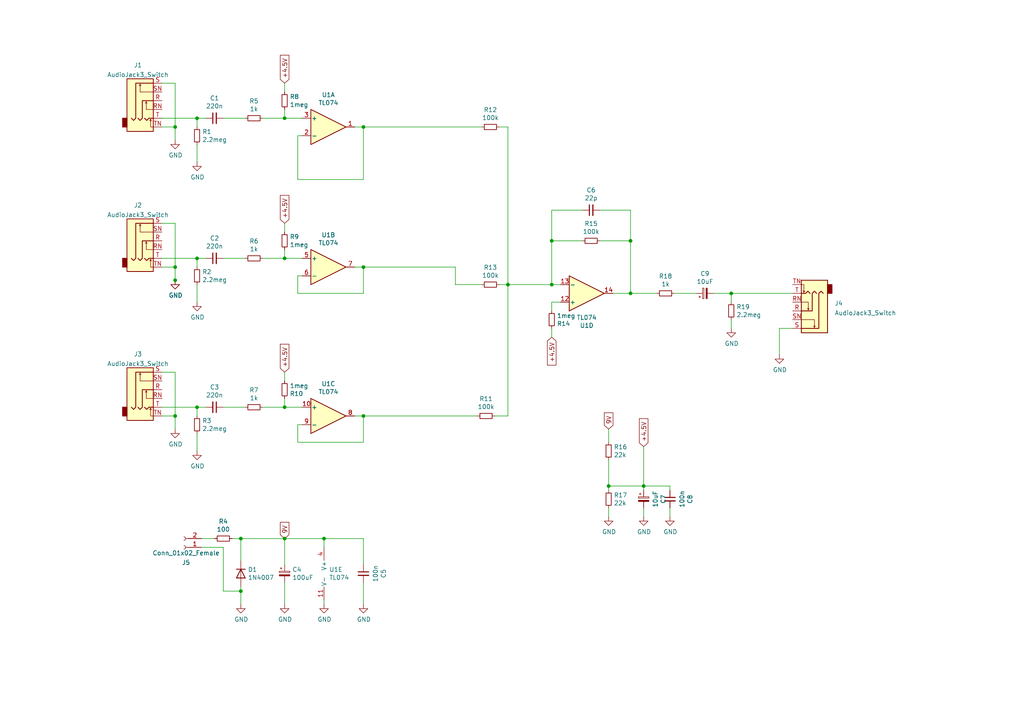
<source format=kicad_sch>
(kicad_sch (version 20211123) (generator eeschema)
  (paper "A4")
  (lib_symbols
    (symbol "Amplifier_Operational:TL074" (pin_names (offset 0.127))
      (property "Reference" "U" (at 0 5.08 0))
      (property "Value" "TL074" (at 0 -5.08 0))
      (symbol "TL074_1_1"
        (polyline (pts (xy -5.08 5.08) (xy 5.08 0) (xy -5.08 -5.08) (xy -5.08 5.08)) (stroke (width 0.254)) (fill (type background)))
        (pin output line (at 7.62 0 180) (length 2.54) (name "~") (number "1"))
        (pin input line (at -7.62 -2.54 0) (length 2.54) (name "-") (number "2"))
        (pin input line (at -7.62 2.54 0) (length 2.54) (name "+") (number "3"))
      )
      (symbol "TL074_2_1"
        (polyline (pts (xy -5.08 5.08) (xy 5.08 0) (xy -5.08 -5.08) (xy -5.08 5.08)) (stroke (width 0.254)) (fill (type background)))
        (pin input line (at -7.62 2.54 0) (length 2.54) (name "+") (number "5"))
        (pin input line (at -7.62 -2.54 0) (length 2.54) (name "-") (number "6"))
        (pin output line (at 7.62 0 180) (length 2.54) (name "~") (number "7"))
      )
      (symbol "TL074_3_1"
        (polyline (pts (xy -5.08 5.08) (xy 5.08 0) (xy -5.08 -5.08) (xy -5.08 5.08)) (stroke (width 0.254)) (fill (type background)))
        (pin input line (at -7.62 2.54 0) (length 2.54) (name "+") (number "10"))
        (pin output line (at 7.62 0 180) (length 2.54) (name "~") (number "8"))
        (pin input line (at -7.62 -2.54 0) (length 2.54) (name "-") (number "9"))
      )
      (symbol "TL074_4_1"
        (polyline (pts (xy -5.08 5.08) (xy 5.08 0) (xy -5.08 -5.08) (xy -5.08 5.08)) (stroke (width 0.254)) (fill (type background)))
        (pin input line (at -7.62 2.54 0) (length 2.54) (name "+") (number "12"))
        (pin input line (at -7.62 -2.54 0) (length 2.54) (name "-") (number "13"))
        (pin output line (at 7.62 0 180) (length 2.54) (name "~") (number "14"))
      )
      (symbol "TL074_5_1"
        (pin power_in line (at -2.54 -7.62 90) (length 3.81) (name "V-") (number "11"))
        (pin power_in line (at -2.54 7.62 270) (length 3.81) (name "V+") (number "4"))
      )
    )
    (symbol "Connector:AudioJack3_Switch"
      (property "Reference" "J" (at 0 11.43 0))
      (property "Value" "AudioJack3_Switch" (at 0 8.89 0))
      (symbol "AudioJack3_Switch_0_1"
        (rectangle (start -5.08 -5.08) (end -6.35 -7.62) (stroke (width 0.254)) (fill (type outline)))
        (polyline (pts (xy -1.27 4.826) (xy -1.016 4.318)))
        (polyline (pts (xy 0.508 -0.254) (xy 0.762 -0.762)))
        (polyline (pts (xy 1.778 -5.334) (xy 2.032 -5.842)))
        (polyline (pts (xy 0 -5.08) (xy 0.635 -5.715) (xy 1.27 -5.08) (xy 2.54 -5.08)) (stroke (width 0.254)))
        (polyline (pts (xy 2.54 -7.62) (xy 1.778 -7.62) (xy 1.778 -5.334) (xy 1.524 -5.842)))
        (polyline (pts (xy 2.54 -2.54) (xy 0.508 -2.54) (xy 0.508 -0.254) (xy 0.254 -0.762)))
        (polyline (pts (xy 2.54 2.54) (xy -1.27 2.54) (xy -1.27 4.826) (xy -1.524 4.318)))
        (polyline (pts (xy -1.905 -5.08) (xy -1.27 -5.715) (xy -0.635 -5.08) (xy -0.635 0) (xy 2.54 0)) (stroke (width 0.254)))
        (polyline (pts (xy 2.54 5.08) (xy -2.54 5.08) (xy -2.54 -5.08) (xy -3.175 -5.715) (xy -3.81 -5.08)) (stroke (width 0.254)))
        (rectangle (start 2.54 6.35) (end -5.08 -8.89) (stroke (width 0.254)) (fill (type background)))
      )
      (symbol "AudioJack3_Switch_1_1"
        (pin passive line (at 5.08 0 180) (length 2.54) (name "~") (number "R"))
        (pin passive line (at 5.08 -2.54 180) (length 2.54) (name "~") (number "RN"))
        (pin passive line (at 5.08 5.08 180) (length 2.54) (name "~") (number "S"))
        (pin passive line (at 5.08 2.54 180) (length 2.54) (name "~") (number "SN"))
        (pin passive line (at 5.08 -5.08 180) (length 2.54) (name "~") (number "T"))
        (pin passive line (at 5.08 -7.62 180) (length 2.54) (name "~") (number "TN"))
      )
    )
    (symbol "Connector:Conn_01x02_Female" (pin_names (offset 1.016) hide)
      (property "Reference" "J" (at 0 2.54 0))
      (property "Value" "Conn_01x02_Female" (at 0 -5.08 0))
      (symbol "Conn_01x02_Female_1_1"
        (arc (start 0 -2.032) (mid -0.508 -2.54) (end 0 -3.048) (stroke (width 0.1524)))
        (polyline (pts (xy -1.27 -2.54) (xy -0.508 -2.54)) (stroke (width 0.1524)))
        (polyline (pts (xy -1.27 0) (xy -0.508 0)) (stroke (width 0.1524)))
        (arc (start 0 0.508) (mid -0.508 0) (end 0 -0.508) (stroke (width 0.1524)))
        (pin passive line (at -5.08 0 0) (length 3.81) (name "Pin_1") (number "1"))
        (pin passive line (at -5.08 -2.54 0) (length 3.81) (name "Pin_2") (number "2"))
      )
    )
    (symbol "Device:CP_Small" (pin_numbers hide) (pin_names (offset 0.254) hide)
      (property "Reference" "C" (at 0.254 1.778 0))
      (property "Value" "CP_Small" (at 0.254 -2.032 0))
      (symbol "CP_Small_0_1"
        (rectangle (start -1.524 -0.3048) (end 1.524 -0.6858) (fill (type outline)))
        (rectangle (start -1.524 0.6858) (end 1.524 0.3048))
        (polyline (pts (xy -1.27 1.524) (xy -0.762 1.524)))
        (polyline (pts (xy -1.016 1.27) (xy -1.016 1.778)))
      )
      (symbol "CP_Small_1_1"
        (pin passive line (at 0 2.54 270) (length 1.8542) (name "~") (number "1"))
        (pin passive line (at 0 -2.54 90) (length 1.8542) (name "~") (number "2"))
      )
    )
    (symbol "Device:C_Small" (pin_numbers hide) (pin_names (offset 0.254) hide)
      (property "Reference" "C" (at 0.254 1.778 0))
      (property "Value" "C_Small" (at 0.254 -2.032 0))
      (symbol "C_Small_0_1"
        (polyline (pts (xy -1.524 -0.508) (xy 1.524 -0.508)) (stroke (width 0.3302)))
        (polyline (pts (xy -1.524 0.508) (xy 1.524 0.508)) (stroke (width 0.3048)))
      )
      (symbol "C_Small_1_1"
        (pin passive line (at 0 2.54 270) (length 2.032) (name "~") (number "1"))
        (pin passive line (at 0 -2.54 90) (length 2.032) (name "~") (number "2"))
      )
    )
    (symbol "Device:R_Small" (pin_numbers hide) (pin_names (offset 0.254) hide)
      (property "Reference" "R" (at 0.762 0.508 0))
      (property "Value" "R_Small" (at 0.762 -1.016 0))
      (symbol "R_Small_0_1"
        (rectangle (start -0.762 1.778) (end 0.762 -1.778) (stroke (width 0.2032)))
      )
      (symbol "R_Small_1_1"
        (pin passive line (at 0 2.54 270) (length 0.762) (name "~") (number "1"))
        (pin passive line (at 0 -2.54 90) (length 0.762) (name "~") (number "2"))
      )
    )
    (symbol "Diode:1N4007" (pin_numbers hide) (pin_names (offset 1.016) hide)
      (property "Reference" "D" (at 0 2.54 0))
      (property "Value" "1N4007" (at 0 -2.54 0))
      (symbol "1N4007_0_1"
        (polyline (pts (xy -1.27 1.27) (xy -1.27 -1.27)) (stroke (width 0.254)))
        (polyline (pts (xy 1.27 0) (xy -1.27 0)))
        (polyline (pts (xy 1.27 1.27) (xy 1.27 -1.27) (xy -1.27 0) (xy 1.27 1.27)) (stroke (width 0.254)))
      )
      (symbol "1N4007_1_1"
        (pin passive line (at -3.81 0 0) (length 2.54) (name "K") (number "1"))
        (pin passive line (at 3.81 0 180) (length 2.54) (name "A") (number "2"))
      )
    )
    (symbol "power:GND" (power) (pin_names (offset 0))
      (property "Value" "GND" (at 0 -3.81 0))
      (symbol "GND_0_1"
        (polyline (pts (xy 0 0) (xy 0 -1.27) (xy 1.27 -1.27) (xy 0 -2.54) (xy -1.27 -1.27) (xy 0 -1.27)))
      )
      (symbol "GND_1_1"
        (pin power_in line (at 0 0 270) (length 0) hide (name "GND") (number "1"))
      )
    )
  )
  (junction (at 50.8 36.83))
  (junction (at 82.55 34.29))
  (junction (at 147.32 82.55))
  (junction (at 50.8 77.47))
  (junction (at 160.02 82.55))
  (junction (at 182.88 85.09))
  (junction (at 57.15 74.93))
  (junction (at 160.02 69.85))
  (junction (at 69.85 171.45))
  (junction (at 105.41 36.83))
  (junction (at 57.15 118.11))
  (junction (at 105.41 120.65))
  (junction (at 50.8 120.65))
  (junction (at 50.8 81.28))
  (junction (at 176.53 140.97))
  (junction (at 82.55 118.11))
  (junction (at 69.85 156.21))
  (junction (at 182.88 69.85))
  (junction (at 82.55 156.21))
  (junction (at 82.55 74.93))
  (junction (at 105.41 77.47))
  (junction (at 212.09 85.09))
  (junction (at 186.69 140.97))
  (junction (at 93.98 156.21))
  (junction (at 57.15 34.29))
  (wire (pts (xy 82.55 31.75) (xy 82.55 34.29)))
  (wire (pts (xy 82.55 175.26) (xy 82.55 168.91)))
  (wire (pts (xy 195.58 85.09) (xy 201.93 85.09)))
  (wire (pts (xy 144.78 36.83) (xy 147.32 36.83)))
  (wire (pts (xy 105.41 85.09) (xy 105.41 77.47)))
  (wire (pts (xy 212.09 95.25) (xy 212.09 92.71)))
  (wire (pts (xy 64.77 158.75) (xy 64.77 171.45)))
  (wire (pts (xy 186.69 140.97) (xy 186.69 142.24)))
  (wire (pts (xy 168.91 60.96) (xy 160.02 60.96)))
  (wire (pts (xy 105.41 128.27) (xy 105.41 120.65)))
  (wire (pts (xy 93.98 156.21) (xy 93.98 158.75)))
  (wire (pts (xy 160.02 82.55) (xy 162.56 82.55)))
  (wire (pts (xy 46.99 34.29) (xy 57.15 34.29)))
  (wire (pts (xy 57.15 82.55) (xy 57.15 87.63)))
  (wire (pts (xy 182.88 60.96) (xy 182.88 69.85)))
  (wire (pts (xy 86.36 123.19) (xy 86.36 128.27)))
  (wire (pts (xy 64.77 74.93) (xy 71.12 74.93)))
  (wire (pts (xy 50.8 107.95) (xy 50.8 120.65)))
  (wire (pts (xy 69.85 156.21) (xy 82.55 156.21)))
  (wire (pts (xy 46.99 36.83) (xy 50.8 36.83)))
  (wire (pts (xy 57.15 36.83) (xy 57.15 34.29)))
  (wire (pts (xy 82.55 156.21) (xy 82.55 163.83)))
  (wire (pts (xy 86.36 80.01) (xy 86.36 85.09)))
  (wire (pts (xy 46.99 74.93) (xy 57.15 74.93)))
  (wire (pts (xy 67.31 156.21) (xy 69.85 156.21)))
  (wire (pts (xy 93.98 156.21) (xy 105.41 156.21)))
  (wire (pts (xy 176.53 149.86) (xy 176.53 147.32)))
  (wire (pts (xy 168.91 69.85) (xy 160.02 69.85)))
  (wire (pts (xy 182.88 85.09) (xy 190.5 85.09)))
  (wire (pts (xy 50.8 120.65) (xy 50.8 124.46)))
  (wire (pts (xy 50.8 36.83) (xy 50.8 40.64)))
  (wire (pts (xy 57.15 74.93) (xy 59.69 74.93)))
  (wire (pts (xy 82.55 118.11) (xy 87.63 118.11)))
  (wire (pts (xy 105.41 77.47) (xy 132.08 77.47)))
  (wire (pts (xy 182.88 85.09) (xy 177.8 85.09)))
  (wire (pts (xy 160.02 60.96) (xy 160.02 69.85)))
  (wire (pts (xy 50.8 64.77) (xy 50.8 77.47)))
  (wire (pts (xy 57.15 125.73) (xy 57.15 130.81)))
  (wire (pts (xy 57.15 118.11) (xy 59.69 118.11)))
  (wire (pts (xy 46.99 64.77) (xy 50.8 64.77)))
  (wire (pts (xy 207.01 85.09) (xy 212.09 85.09)))
  (wire (pts (xy 87.63 39.37) (xy 86.36 39.37)))
  (wire (pts (xy 105.41 36.83) (xy 102.87 36.83)))
  (wire (pts (xy 57.15 77.47) (xy 57.15 74.93)))
  (wire (pts (xy 69.85 156.21) (xy 69.85 162.56)))
  (wire (pts (xy 147.32 120.65) (xy 147.32 82.55)))
  (wire (pts (xy 82.55 34.29) (xy 87.63 34.29)))
  (wire (pts (xy 64.77 34.29) (xy 71.12 34.29)))
  (wire (pts (xy 64.77 118.11) (xy 71.12 118.11)))
  (wire (pts (xy 186.69 140.97) (xy 194.31 140.97)))
  (wire (pts (xy 105.41 120.65) (xy 102.87 120.65)))
  (wire (pts (xy 82.55 156.21) (xy 93.98 156.21)))
  (wire (pts (xy 105.41 36.83) (xy 139.7 36.83)))
  (wire (pts (xy 105.41 120.65) (xy 138.43 120.65)))
  (wire (pts (xy 87.63 123.19) (xy 86.36 123.19)))
  (wire (pts (xy 212.09 85.09) (xy 229.87 85.09)))
  (wire (pts (xy 46.99 24.13) (xy 50.8 24.13)))
  (wire (pts (xy 76.2 118.11) (xy 82.55 118.11)))
  (wire (pts (xy 194.31 147.32) (xy 194.31 149.86)))
  (wire (pts (xy 82.55 115.57) (xy 82.55 118.11)))
  (wire (pts (xy 82.55 64.77) (xy 82.55 67.31)))
  (wire (pts (xy 105.41 36.83) (xy 105.41 52.07)))
  (wire (pts (xy 46.99 77.47) (xy 50.8 77.47)))
  (wire (pts (xy 57.15 120.65) (xy 57.15 118.11)))
  (wire (pts (xy 82.55 72.39) (xy 82.55 74.93)))
  (wire (pts (xy 160.02 87.63) (xy 160.02 90.17)))
  (wire (pts (xy 182.88 69.85) (xy 182.88 85.09)))
  (wire (pts (xy 160.02 95.25) (xy 160.02 97.79)))
  (wire (pts (xy 105.41 168.91) (xy 105.41 175.26)))
  (wire (pts (xy 186.69 147.32) (xy 186.69 149.86)))
  (wire (pts (xy 64.77 171.45) (xy 69.85 171.45)))
  (wire (pts (xy 46.99 118.11) (xy 57.15 118.11)))
  (wire (pts (xy 50.8 24.13) (xy 50.8 36.83)))
  (wire (pts (xy 69.85 171.45) (xy 69.85 170.18)))
  (wire (pts (xy 69.85 175.26) (xy 69.85 171.45)))
  (wire (pts (xy 86.36 85.09) (xy 105.41 85.09)))
  (wire (pts (xy 143.51 120.65) (xy 147.32 120.65)))
  (wire (pts (xy 76.2 34.29) (xy 82.55 34.29)))
  (wire (pts (xy 62.23 156.21) (xy 58.42 156.21)))
  (wire (pts (xy 93.98 173.99) (xy 93.98 175.26)))
  (wire (pts (xy 176.53 124.46) (xy 176.53 128.27)))
  (wire (pts (xy 46.99 120.65) (xy 50.8 120.65)))
  (wire (pts (xy 86.36 128.27) (xy 105.41 128.27)))
  (wire (pts (xy 132.08 82.55) (xy 139.7 82.55)))
  (wire (pts (xy 58.42 158.75) (xy 64.77 158.75)))
  (wire (pts (xy 194.31 140.97) (xy 194.31 142.24)))
  (wire (pts (xy 212.09 85.09) (xy 212.09 87.63)))
  (wire (pts (xy 82.55 107.95) (xy 82.55 110.49)))
  (wire (pts (xy 105.41 156.21) (xy 105.41 163.83)))
  (wire (pts (xy 160.02 69.85) (xy 160.02 82.55)))
  (wire (pts (xy 105.41 77.47) (xy 102.87 77.47)))
  (wire (pts (xy 57.15 34.29) (xy 59.69 34.29)))
  (wire (pts (xy 176.53 140.97) (xy 186.69 140.97)))
  (wire (pts (xy 46.99 107.95) (xy 50.8 107.95)))
  (wire (pts (xy 186.69 129.54) (xy 186.69 140.97)))
  (wire (pts (xy 87.63 80.01) (xy 86.36 80.01)))
  (wire (pts (xy 226.06 95.25) (xy 226.06 102.87)))
  (wire (pts (xy 132.08 82.55) (xy 132.08 77.47)))
  (wire (pts (xy 144.78 82.55) (xy 147.32 82.55)))
  (wire (pts (xy 147.32 82.55) (xy 160.02 82.55)))
  (wire (pts (xy 176.53 140.97) (xy 176.53 142.24)))
  (wire (pts (xy 176.53 133.35) (xy 176.53 140.97)))
  (wire (pts (xy 82.55 74.93) (xy 87.63 74.93)))
  (wire (pts (xy 173.99 60.96) (xy 182.88 60.96)))
  (wire (pts (xy 229.87 95.25) (xy 226.06 95.25)))
  (wire (pts (xy 162.56 87.63) (xy 160.02 87.63)))
  (wire (pts (xy 86.36 52.07) (xy 105.41 52.07)))
  (wire (pts (xy 82.55 24.13) (xy 82.55 26.67)))
  (wire (pts (xy 50.8 77.47) (xy 50.8 81.28)))
  (wire (pts (xy 173.99 69.85) (xy 182.88 69.85)))
  (wire (pts (xy 57.15 41.91) (xy 57.15 46.99)))
  (wire (pts (xy 147.32 36.83) (xy 147.32 82.55)))
  (wire (pts (xy 76.2 74.93) (xy 82.55 74.93)))
  (wire (pts (xy 86.36 39.37) (xy 86.36 52.07)))
  (global_label "+4.5V" (shape input) (at 160.02 97.79 270) (property "Intersheet References" "${INTERSHEET_REFS}" (effects hide)))
  (global_label "+4.5V" (shape input) (at 186.69 129.54 90) (property "Intersheet References" "${INTERSHEET_REFS}" (effects hide)))
  (global_label "+4.5V" (shape input) (at 82.55 64.77 90) (property "Intersheet References" "${INTERSHEET_REFS}" (effects hide)))
  (global_label "9V" (shape input) (at 176.53 124.46 90) (property "Intersheet References" "${INTERSHEET_REFS}" (effects hide)))
  (global_label "+4.5V" (shape input) (at 82.55 107.95 90) (property "Intersheet References" "${INTERSHEET_REFS}" (effects hide)))
  (global_label "9V" (shape input) (at 82.55 156.21 90) (property "Intersheet References" "${INTERSHEET_REFS}" (effects hide)))
  (global_label "+4.5V" (shape input) (at 82.55 24.13 90) (property "Intersheet References" "${INTERSHEET_REFS}" (effects hide)))
  (symbol (lib_id "Device:R_Small") (at 82.55 29.21 0) (unit 1)
    (property "Reference" "R8" (at 84.0486 28.0416 0) (effects (justify left)))
    (property "Value" "1meg" (at 84.0486 30.353 0) (effects (justify left)))
    (property "Footprint" "PartsStash:R_Axial_DIN0207_L6.3mm_D2.5mm_P7.62mm_Horizontal" (effects hide))
  )
  (symbol (lib_id "Device:R_Small") (at 142.24 36.83 270) (unit 1)
    (property "Reference" "R12" (at 142.24 31.8516 90))
    (property "Value" "100k" (at 142.24 34.163 90))
    (property "Footprint" "PartsStash:R_Axial_DIN0207_L6.3mm_D2.5mm_P7.62mm_Horizontal" (effects hide))
  )
  (symbol (lib_id "Device:R_Small") (at 57.15 39.37 0) (unit 1)
    (property "Reference" "R1" (at 58.6486 38.2016 0) (effects (justify left)))
    (property "Value" "2.2meg" (at 58.6486 40.513 0) (effects (justify left)))
    (property "Footprint" "PartsStash:R_Axial_DIN0207_L6.3mm_D2.5mm_P7.62mm_Horizontal" (effects hide))
  )
  (symbol (lib_id "power:GND") (at 57.15 46.99 0) (unit 1)
    (property "Reference" "#PWR05" (effects hide))
    (property "Value" "GND" (at 57.277 51.3842 0))
  )
  (symbol (lib_id "power:GND") (at 50.8 40.64 0) (unit 1)
    (property "Reference" "#PWR01" (effects hide))
    (property "Value" "GND" (at 50.927 45.0342 0))
  )
  (symbol (lib_id "Device:R_Small") (at 82.55 69.85 0) (unit 1)
    (property "Reference" "R9" (at 84.0486 68.6816 0) (effects (justify left)))
    (property "Value" "1meg" (at 84.0486 70.993 0) (effects (justify left)))
    (property "Footprint" "PartsStash:R_Axial_DIN0207_L6.3mm_D2.5mm_P7.62mm_Horizontal" (effects hide))
  )
  (symbol (lib_id "Device:R_Small") (at 57.15 80.01 0) (unit 1)
    (property "Reference" "R2" (at 58.6486 78.8416 0) (effects (justify left)))
    (property "Value" "2.2meg" (at 58.6486 81.153 0) (effects (justify left)))
    (property "Footprint" "PartsStash:R_Axial_DIN0207_L6.3mm_D2.5mm_P7.62mm_Horizontal" (effects hide))
  )
  (symbol (lib_id "power:GND") (at 57.15 87.63 0) (unit 1)
    (property "Reference" "#PWR06" (effects hide))
    (property "Value" "GND" (at 57.277 92.0242 0))
  )
  (symbol (lib_id "Device:R_Small") (at 82.55 113.03 0) (mirror x) (unit 1)
    (property "Reference" "R10" (at 84.0486 114.1984 0) (effects (justify left)))
    (property "Value" "1meg" (at 84.0486 111.887 0) (effects (justify left)))
    (property "Footprint" "PartsStash:R_Axial_DIN0207_L6.3mm_D2.5mm_P7.62mm_Horizontal" (effects hide))
  )
  (symbol (lib_id "Device:R_Small") (at 57.15 123.19 0) (unit 1)
    (property "Reference" "R3" (at 58.6486 122.0216 0) (effects (justify left)))
    (property "Value" "2.2meg" (at 58.6486 124.333 0) (effects (justify left)))
    (property "Footprint" "PartsStash:R_Axial_DIN0207_L6.3mm_D2.5mm_P7.62mm_Horizontal" (effects hide))
  )
  (symbol (lib_id "Device:R_Small") (at 171.45 69.85 270) (unit 1)
    (property "Reference" "R15" (at 171.45 64.8716 90))
    (property "Value" "100k" (at 171.45 67.183 90))
    (property "Footprint" "PartsStash:R_Axial_DIN0207_L6.3mm_D2.5mm_P7.62mm_Horizontal" (effects hide))
    (property "Spice_Primitive" "R" (effects hide))
    (property "Spice_Model" "100k" (effects hide))
    (property "Spice_Netlist_Enabled" "Y" (effects hide))
  )
  (symbol (lib_id "Device:C_Small") (at 171.45 60.96 90) (unit 1)
    (property "Reference" "C6" (at 171.45 55.1434 90))
    (property "Value" "22p" (at 171.45 57.4548 90))
    (property "Footprint" "PartsStash:C_Rect_L7.0mm_W2.5mm_P5.00mm" (effects hide))
    (property "Spice_Primitive" "C" (effects hide))
    (property "Spice_Model" "22p" (effects hide))
    (property "Spice_Netlist_Enabled" "Y" (effects hide))
  )
  (symbol (lib_id "Device:CP_Small") (at 204.47 85.09 90) (unit 1)
    (property "Reference" "C9" (at 204.47 79.375 90))
    (property "Value" "10uF" (at 204.47 81.6864 90))
    (property "Footprint" "Capacitor_THT:CP_Radial_D10.0mm_P5.00mm" (effects hide))
  )
  (symbol (lib_id "Device:R_Small") (at 193.04 85.09 270) (unit 1)
    (property "Reference" "R18" (at 193.04 80.1116 90))
    (property "Value" "1k" (at 193.04 82.423 90))
    (property "Footprint" "PartsStash:R_Axial_DIN0207_L6.3mm_D2.5mm_P7.62mm_Horizontal" (effects hide))
  )
  (symbol (lib_id "Device:R_Small") (at 212.09 90.17 0) (unit 1)
    (property "Reference" "R19" (at 213.5886 89.0016 0) (effects (justify left)))
    (property "Value" "2.2meg" (at 213.5886 91.313 0) (effects (justify left)))
    (property "Footprint" "PartsStash:R_Axial_DIN0207_L6.3mm_D2.5mm_P7.62mm_Horizontal" (effects hide))
  )
  (symbol (lib_id "Device:R_Small") (at 176.53 130.81 0) (unit 1)
    (property "Reference" "R16" (at 178.0286 129.6416 0) (effects (justify left)))
    (property "Value" "22k" (at 178.0286 131.953 0) (effects (justify left)))
    (property "Footprint" "PartsStash:R_Axial_DIN0207_L6.3mm_D2.5mm_P7.62mm_Horizontal" (effects hide))
  )
  (symbol (lib_id "Device:R_Small") (at 176.53 144.78 0) (unit 1)
    (property "Reference" "R17" (at 178.0286 143.6116 0) (effects (justify left)))
    (property "Value" "22k" (at 178.0286 145.923 0) (effects (justify left)))
    (property "Footprint" "PartsStash:R_Axial_DIN0207_L6.3mm_D2.5mm_P7.62mm_Horizontal" (effects hide))
  )
  (symbol (lib_id "power:GND") (at 186.69 149.86 0) (unit 1)
    (property "Reference" "#PWR013" (effects hide))
    (property "Value" "GND" (at 186.817 154.2542 0))
  )
  (symbol (lib_id "power:GND") (at 176.53 149.86 0) (unit 1)
    (property "Reference" "#PWR012" (effects hide))
    (property "Value" "GND" (at 176.657 154.2542 0))
  )
  (symbol (lib_id "power:GND") (at 57.15 130.81 0) (unit 1)
    (property "Reference" "#PWR07" (effects hide))
    (property "Value" "GND" (at 57.277 135.2042 0))
  )
  (symbol (lib_id "power:GND") (at 212.09 95.25 0) (unit 1)
    (property "Reference" "#PWR015" (effects hide))
    (property "Value" "GND" (at 212.217 99.6442 0))
  )
  (symbol (lib_id "power:GND") (at 93.98 175.26 0) (unit 1)
    (property "Reference" "#PWR010" (effects hide))
    (property "Value" "GND" (at 94.107 179.6542 0))
  )
  (symbol (lib_id "Amplifier_Operational:TL074") (at 95.25 36.83 0) (unit 1)
    (property "Reference" "U1" (at 95.25 27.5082 0))
    (property "Value" "TL074" (at 95.25 29.8196 0))
    (property "Footprint" "Package_DIP:DIP-14_W7.62mm_Socket_LongPads" (effects hide))
    (property "Datasheet" "http://www.ti.com/lit/ds/symlink/tl071.pdf" (effects hide))
    (property "Spice_Primitive" "X" (effects hide))
    (property "Spice_Model" "TL074" (effects hide))
    (property "Spice_Netlist_Enabled" "Y" (effects hide))
    (property "Spice_Node_Sequence" "3 2 4 11 1" (effects hide))
    (property "Spice_Lib_File" "TL074.301" (effects hide))
  )
  (symbol (lib_id "Device:R_Small") (at 142.24 82.55 270) (unit 1)
    (property "Reference" "R13" (at 142.24 77.5716 90))
    (property "Value" "100k" (at 142.24 79.883 90))
    (property "Footprint" "PartsStash:R_Axial_DIN0207_L6.3mm_D2.5mm_P7.62mm_Horizontal" (effects hide))
  )
  (symbol (lib_id "Device:R_Small") (at 140.97 120.65 270) (unit 1)
    (property "Reference" "R11" (at 140.97 115.6716 90))
    (property "Value" "100k" (at 140.97 117.983 90))
    (property "Footprint" "PartsStash:R_Axial_DIN0207_L6.3mm_D2.5mm_P7.62mm_Horizontal" (effects hide))
  )
  (symbol (lib_id "Amplifier_Operational:TL074") (at 96.52 166.37 0) (unit 5)
    (property "Reference" "U1" (at 95.4532 165.2016 0) (effects (justify left)))
    (property "Value" "TL074" (at 95.4532 167.513 0) (effects (justify left)))
    (property "Footprint" "Package_DIP:DIP-14_W7.62mm_Socket_LongPads" (effects hide))
    (property "Datasheet" "http://www.ti.com/lit/ds/symlink/tl071.pdf" (effects hide))
    (property "Spice_Primitive" "R" (effects hide))
    (property "Spice_Model" "10" (effects hide))
    (property "Spice_Netlist_Enabled" "N" (effects hide))
  )
  (symbol (lib_id "Amplifier_Operational:TL074") (at 95.25 77.47 0) (unit 2)
    (property "Reference" "U1" (at 95.25 68.1482 0))
    (property "Value" "TL074" (at 95.25 70.4596 0))
    (property "Footprint" "Package_DIP:DIP-14_W7.62mm_Socket_LongPads" (effects hide))
    (property "Datasheet" "http://www.ti.com/lit/ds/symlink/tl071.pdf" (effects hide))
  )
  (symbol (lib_id "Amplifier_Operational:TL074") (at 95.25 120.65 0) (unit 3)
    (property "Reference" "U1" (at 95.25 111.3282 0))
    (property "Value" "TL074" (at 95.25 113.6396 0))
    (property "Footprint" "Package_DIP:DIP-14_W7.62mm_Socket_LongPads" (effects hide))
    (property "Datasheet" "http://www.ti.com/lit/ds/symlink/tl071.pdf" (effects hide))
  )
  (symbol (lib_id "Amplifier_Operational:TL074") (at 170.18 85.09 0) (mirror x) (unit 4)
    (property "Reference" "U1" (at 170.18 94.4118 0))
    (property "Value" "TL074" (at 170.18 92.1004 0))
    (property "Footprint" "Package_DIP:DIP-14_W7.62mm_Socket_LongPads" (effects hide))
    (property "Datasheet" "http://www.ti.com/lit/ds/symlink/tl071.pdf" (effects hide))
  )
  (symbol (lib_id "Device:R_Small") (at 64.77 156.21 270) (unit 1)
    (property "Reference" "R4" (at 64.77 151.2316 90))
    (property "Value" "100" (at 64.77 153.543 90))
    (property "Footprint" "PartsStash:R_Axial_DIN0207_L6.3mm_D2.5mm_P7.62mm_Horizontal" (effects hide))
  )
  (symbol (lib_id "Diode:1N4007") (at 69.85 166.37 270) (unit 1)
    (property "Reference" "D1" (at 71.882 165.2016 90) (effects (justify left)))
    (property "Value" "1N4007" (at 71.882 167.513 90) (effects (justify left)))
    (property "Footprint" "Diode_THT:D_DO-41_SOD81_P10.16mm_Horizontal" (effects hide))
    (property "Datasheet" "http://www.vishay.com/docs/88503/1n4001.pdf" (effects hide))
  )
  (symbol (lib_id "Device:CP_Small") (at 82.55 166.37 0) (unit 1)
    (property "Reference" "C4" (at 84.7852 165.2016 0) (effects (justify left)))
    (property "Value" "100uF" (at 84.7852 167.513 0) (effects (justify left)))
    (property "Footprint" "Capacitor_THT:CP_Radial_D10.0mm_P5.00mm" (effects hide))
  )
  (symbol (lib_id "Device:C_Small") (at 105.41 166.37 0) (unit 1)
    (property "Reference" "C5" (at 111.2266 166.37 90))
    (property "Value" "100n" (at 108.9152 166.37 90))
    (property "Footprint" "PartsStash:C_Rect_L7.0mm_W2.5mm_P5.00mm" (effects hide))
    (property "Spice_Primitive" "C" (effects hide))
    (property "Spice_Model" "22p" (effects hide))
    (property "Spice_Netlist_Enabled" "Y" (effects hide))
  )
  (symbol (lib_id "power:GND") (at 105.41 175.26 0) (unit 1)
    (property "Reference" "#PWR011" (effects hide))
    (property "Value" "GND" (at 105.537 179.6542 0))
  )
  (symbol (lib_id "power:GND") (at 82.55 175.26 0) (unit 1)
    (property "Reference" "#PWR09" (effects hide))
    (property "Value" "GND" (at 82.677 179.6542 0))
  )
  (symbol (lib_id "power:GND") (at 69.85 175.26 0) (unit 1)
    (property "Reference" "#PWR08" (effects hide))
    (property "Value" "GND" (at 69.977 179.6542 0))
  )
  (symbol (lib_id "Device:C_Small") (at 194.31 144.78 0) (unit 1)
    (property "Reference" "C8" (at 200.1266 144.78 90))
    (property "Value" "100n" (at 197.8152 144.78 90))
    (property "Footprint" "PartsStash:C_Rect_L7.0mm_W2.5mm_P5.00mm" (effects hide))
    (property "Spice_Primitive" "C" (effects hide))
    (property "Spice_Model" "22p" (effects hide))
    (property "Spice_Netlist_Enabled" "Y" (effects hide))
  )
  (symbol (lib_id "Device:CP_Small") (at 186.69 144.78 0) (unit 1)
    (property "Reference" "C7" (at 192.405 144.78 90))
    (property "Value" "10uF" (at 190.0936 144.78 90))
    (property "Footprint" "Capacitor_THT:CP_Radial_D10.0mm_P5.00mm" (effects hide))
  )
  (symbol (lib_id "Device:R_Small") (at 73.66 34.29 270) (unit 1)
    (property "Reference" "R5" (at 73.66 29.3116 90))
    (property "Value" "1k" (at 73.66 31.623 90))
    (property "Footprint" "PartsStash:R_Axial_DIN0207_L6.3mm_D2.5mm_P7.62mm_Horizontal" (effects hide))
  )
  (symbol (lib_id "Connector:Conn_01x02_Female") (at 53.34 158.75 180) (unit 1)
    (property "Reference" "J5" (at 53.975 163.1737 0))
    (property "Value" "Conn_01x02_Female" (at 53.975 160.3986 0))
    (property "Footprint" "Connector_Wire:SolderWire-0.5sqmm_1x02_P4.6mm_D0.9mm_OD2.1mm_Relief" (effects hide))
  )
  (symbol (lib_id "Device:C_Small") (at 62.23 74.93 90) (unit 1)
    (property "Reference" "C2" (at 62.23 69.1134 90))
    (property "Value" "220n" (at 62.23 71.4248 90))
    (property "Footprint" "PartsStash:C_Rect_L7.0mm_W2.5mm_P5.00mm" (effects hide))
    (property "Spice_Primitive" "C" (effects hide))
    (property "Spice_Model" "220n" (effects hide))
    (property "Spice_Netlist_Enabled" "Y" (effects hide))
  )
  (symbol (lib_id "power:GND") (at 194.31 149.86 0) (unit 1)
    (property "Reference" "#PWR014" (effects hide))
    (property "Value" "GND" (at 194.437 154.2542 0))
  )
  (symbol (lib_id "Connector:AudioJack3_Switch") (at 234.95 90.17 180) (unit 1)
    (property "Reference" "J4" (at 242.062 87.9915 0) (effects (justify right)))
    (property "Value" "AudioJack3_Switch" (at 242.062 90.7666 0) (effects (justify right)))
    (property "Footprint" "PartsStash:Jack_6.35mm_Rean_NYS215_Horizontal" (effects hide))
  )
  (symbol (lib_id "Device:C_Small") (at 62.23 34.29 90) (unit 1)
    (property "Reference" "C1" (at 62.23 28.4734 90))
    (property "Value" "220n" (at 62.23 30.7848 90))
    (property "Footprint" "PartsStash:C_Rect_L7.0mm_W2.5mm_P5.00mm" (effects hide))
    (property "Spice_Primitive" "C" (effects hide))
    (property "Spice_Model" "220n" (effects hide))
    (property "Spice_Netlist_Enabled" "Y" (effects hide))
  )
  (symbol (lib_id "power:GND") (at 50.8 81.28 0) (unit 1)
    (property "Reference" "#PWR02" (effects hide))
    (property "Value" "GND" (at 50.927 85.6742 0))
  )
  (symbol (lib_id "Device:R_Small") (at 73.66 74.93 90) (mirror x) (unit 1)
    (property "Reference" "R6" (at 73.66 69.9516 90))
    (property "Value" "1k" (at 73.66 72.263 90))
    (property "Footprint" "PartsStash:R_Axial_DIN0207_L6.3mm_D2.5mm_P7.62mm_Horizontal" (effects hide))
  )
  (symbol (lib_id "power:GND") (at 50.8 124.46 0) (unit 1)
    (property "Reference" "#PWR04" (effects hide))
    (property "Value" "GND" (at 50.927 128.8542 0))
  )
  (symbol (lib_id "Connector:AudioJack3_Switch") (at 41.91 113.03 0) (unit 1)
    (property "Reference" "J3" (at 40.005 102.7135 0))
    (property "Value" "AudioJack3_Switch" (at 40.005 105.4886 0))
    (property "Footprint" "PartsStash:Jack_6.35mm_Rean_NYS215_Horizontal" (effects hide))
  )
  (symbol (lib_id "Connector:AudioJack3_Switch") (at 41.91 69.85 0) (unit 1)
    (property "Reference" "J2" (at 40.005 59.5335 0))
    (property "Value" "AudioJack3_Switch" (at 40.005 62.3086 0))
    (property "Footprint" "PartsStash:Jack_6.35mm_Rean_NYS215_Horizontal" (effects hide))
  )
  (symbol (lib_id "Device:C_Small") (at 62.23 118.11 270) (mirror x) (unit 1)
    (property "Reference" "C3" (at 62.23 112.2934 90))
    (property "Value" "220n" (at 62.23 114.6048 90))
    (property "Footprint" "PartsStash:C_Rect_L7.0mm_W2.5mm_P5.00mm" (effects hide))
    (property "Spice_Primitive" "C" (effects hide))
    (property "Spice_Model" "220n" (effects hide))
    (property "Spice_Netlist_Enabled" "Y" (effects hide))
  )
  (symbol (lib_id "Connector:AudioJack3_Switch") (at 41.91 29.21 0) (unit 1)
    (property "Reference" "J1" (at 40.005 18.8935 0))
    (property "Value" "AudioJack3_Switch" (at 40.005 21.6686 0))
    (property "Footprint" "PartsStash:Jack_6.35mm_Rean_NYS215_Horizontal" (effects hide))
  )
  (symbol (lib_id "Device:R_Small") (at 160.02 92.71 0) (mirror x) (unit 1)
    (property "Reference" "R14" (at 161.5186 93.8784 0) (effects (justify left)))
    (property "Value" "1meg" (at 161.5186 91.567 0) (effects (justify left)))
    (property "Footprint" "PartsStash:R_Axial_DIN0207_L6.3mm_D2.5mm_P7.62mm_Horizontal" (effects hide))
  )
  (symbol (lib_id "power:GND") (at 50.8 81.28 0) (unit 1)
    (property "Reference" "#PWR03" (effects hide))
    (property "Value" "GND" (at 50.927 85.6742 0))
  )
  (symbol (lib_id "Device:R_Small") (at 73.66 118.11 270) (unit 1)
    (property "Reference" "R7" (at 73.66 113.1316 90))
    (property "Value" "1k" (at 73.66 115.443 90))
    (property "Footprint" "PartsStash:R_Axial_DIN0207_L6.3mm_D2.5mm_P7.62mm_Horizontal" (effects hide))
  )
  (symbol (lib_id "power:GND") (at 226.06 102.87 0) (unit 1)
    (property "Reference" "#PWR016" (effects hide))
    (property "Value" "GND" (at 226.187 107.2642 0))
  )
)
</source>
